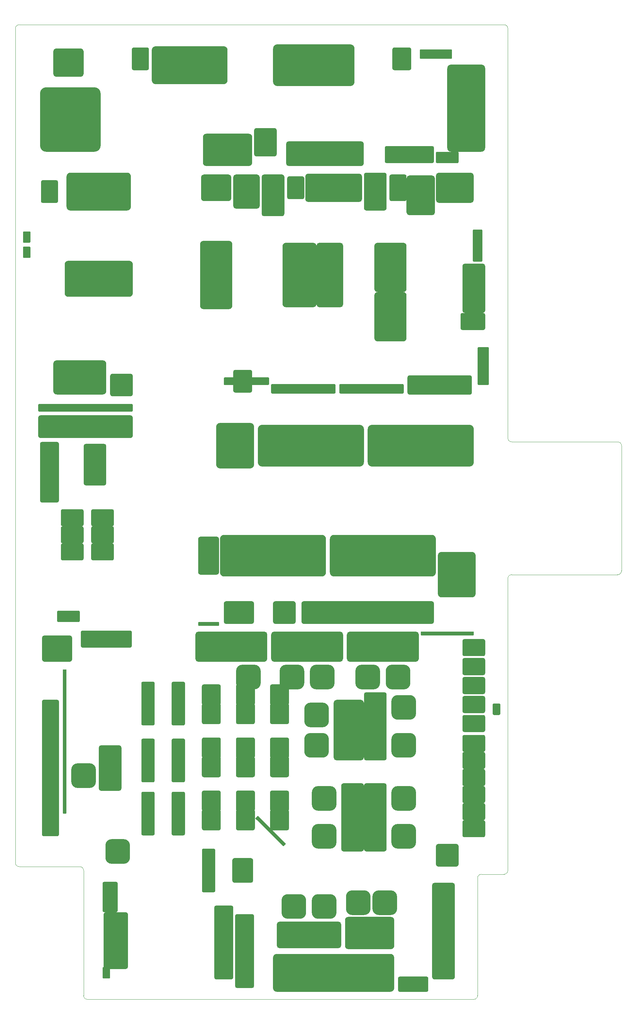
<source format=gbr>
G04 #@! TF.GenerationSoftware,KiCad,Pcbnew,6.0.10+dfsg-1~bpo11+1*
G04 #@! TF.ProjectId,main,6d61696e-2e6b-4696-9361-645f70636258,5.0*
G04 #@! TF.SameCoordinates,Original*
G04 #@! TF.FileFunction,Paste,Top*
G04 #@! TF.FilePolarity,Positive*
%FSLAX46Y46*%
G04 Gerber Fmt 4.6, Leading zero omitted, Abs format (unit mm)*
%MOMM*%
%LPD*%
G01*
G04 APERTURE LIST*
G04 #@! TA.AperFunction,Profile*
%ADD10C,0.120000*%
G04 #@! TD*
G04 APERTURE END LIST*
D10*
X94280000Y-276320000D02*
X94280000Y-243320000D01*
X198280000Y-245320000D02*
X198280000Y-276320000D01*
X235280000Y-165320000D02*
X207280000Y-165320000D01*
X197280000Y-277320000D02*
X95280000Y-277320000D01*
X93280000Y-242320000D02*
X77280000Y-242320000D01*
X206280000Y-21320000D02*
X206280000Y-129320000D01*
X76280000Y-241320000D02*
X76280000Y-21320000D01*
X207280000Y-130320000D02*
X235280000Y-130320000D01*
X236280000Y-131320000D02*
X236280000Y-164320000D01*
X206280000Y-166320000D02*
X206280000Y-243320000D01*
X77280000Y-20320000D02*
X205280000Y-20320000D01*
X205280000Y-244320000D02*
X199280000Y-244320000D01*
X206280000Y-129320000D02*
G75*
G03*
X207280000Y-130320000I1000000J0D01*
G01*
X206280000Y-21320000D02*
G75*
G03*
X205280000Y-20320000I-1000000J0D01*
G01*
X207280000Y-165320000D02*
G75*
G03*
X206280000Y-166320000I0J-1000000D01*
G01*
X205280000Y-244320000D02*
G75*
G03*
X206280000Y-243320000I0J1000000D01*
G01*
X94280000Y-243320000D02*
G75*
G03*
X93280000Y-242320000I-1000000J0D01*
G01*
X199280000Y-244320000D02*
G75*
G03*
X198280000Y-245320000I0J-1000000D01*
G01*
X197280000Y-277320000D02*
G75*
G03*
X198280000Y-276320000I0J1000000D01*
G01*
X76280000Y-241320000D02*
G75*
G03*
X77280000Y-242320000I999999J-1D01*
G01*
X235280000Y-165320000D02*
G75*
G03*
X236280000Y-164320000I0J1000000D01*
G01*
X77280000Y-20320000D02*
G75*
G03*
X76280000Y-21320000I-1J-999999D01*
G01*
X236280000Y-131320000D02*
G75*
G03*
X235280000Y-130320000I-1000000J0D01*
G01*
X94280000Y-276320000D02*
G75*
G03*
X95280000Y-277320000I1000000J0D01*
G01*
G36*
G01*
X112280000Y-35000000D02*
X112280000Y-27000000D01*
G75*
G02*
X113280000Y-26000000I1000000J0D01*
G01*
X131280000Y-26000000D01*
G75*
G02*
X132280000Y-27000000I0J-1000000D01*
G01*
X132280000Y-35000000D01*
G75*
G02*
X131280000Y-36000000I-1000000J0D01*
G01*
X113280000Y-36000000D01*
G75*
G02*
X112280000Y-35000000I0J1000000D01*
G01*
G37*
G36*
G01*
X101080000Y-271820000D02*
X99480000Y-271820000D01*
G75*
G02*
X99280000Y-271620000I0J200000D01*
G01*
X99280000Y-269020000D01*
G75*
G02*
X99480000Y-268820000I200000J0D01*
G01*
X101080000Y-268820000D01*
G75*
G02*
X101280000Y-269020000I0J-200000D01*
G01*
X101280000Y-271620000D01*
G75*
G02*
X101080000Y-271820000I-200000J0D01*
G01*
G37*
G36*
G01*
X148030000Y-65870000D02*
X148030000Y-60770000D01*
G75*
G02*
X148480000Y-60320000I450000J0D01*
G01*
X152080000Y-60320000D01*
G75*
G02*
X152530000Y-60770000I0J-450000D01*
G01*
X152530000Y-65870000D01*
G75*
G02*
X152080000Y-66320000I-450000J0D01*
G01*
X148480000Y-66320000D01*
G75*
G02*
X148030000Y-65870000I0J450000D01*
G01*
G37*
G36*
G01*
X162080000Y-94820000D02*
X156480000Y-94820000D01*
G75*
G02*
X155780000Y-94120000I0J700000D01*
G01*
X155780000Y-78520000D01*
G75*
G02*
X156480000Y-77820000I700000J0D01*
G01*
X162080000Y-77820000D01*
G75*
G02*
X162780000Y-78520000I0J-700000D01*
G01*
X162780000Y-94120000D01*
G75*
G02*
X162080000Y-94820000I-700000J0D01*
G01*
G37*
G36*
G01*
X97180000Y-53820000D02*
X84380000Y-53820000D01*
G75*
G02*
X82780000Y-52220000I0J1600000D01*
G01*
X82780000Y-38420000D01*
G75*
G02*
X84380000Y-36820000I1600000J0D01*
G01*
X97180000Y-36820000D01*
G75*
G02*
X98780000Y-38420000I0J-1600000D01*
G01*
X98780000Y-52220000D01*
G75*
G02*
X97180000Y-53820000I-1600000J0D01*
G01*
G37*
G36*
G01*
X144000000Y-194250000D02*
X148000000Y-194250000D01*
G75*
G02*
X148500000Y-194750000I0J-500000D01*
G01*
X148500000Y-199250000D01*
G75*
G02*
X148000000Y-199750000I-500000J0D01*
G01*
X144000000Y-199750000D01*
G75*
G02*
X143500000Y-199250000I0J500000D01*
G01*
X143500000Y-194750000D01*
G75*
G02*
X144000000Y-194250000I500000J0D01*
G01*
G37*
G36*
G01*
X83280000Y-187620000D02*
X83280000Y-182020000D01*
G75*
G02*
X83980000Y-181320000I700000J0D01*
G01*
X90580000Y-181320000D01*
G75*
G02*
X91280000Y-182020000I0J-700000D01*
G01*
X91280000Y-187620000D01*
G75*
G02*
X90580000Y-188320000I-700000J0D01*
G01*
X83980000Y-188320000D01*
G75*
G02*
X83280000Y-187620000I0J700000D01*
G01*
G37*
G36*
G01*
X143780000Y-187520000D02*
X143780000Y-181120000D01*
G75*
G02*
X144580000Y-180320000I800000J0D01*
G01*
X161980000Y-180320000D01*
G75*
G02*
X162780000Y-181120000I0J-800000D01*
G01*
X162780000Y-187520000D01*
G75*
G02*
X161980000Y-188320000I-800000J0D01*
G01*
X144580000Y-188320000D01*
G75*
G02*
X143780000Y-187520000I0J800000D01*
G01*
G37*
G36*
G01*
X186880000Y-246570000D02*
X191680000Y-246570000D01*
G75*
G02*
X192280000Y-247170000I0J-600000D01*
G01*
X192280000Y-271470000D01*
G75*
G02*
X191680000Y-272070000I-600000J0D01*
G01*
X186880000Y-272070000D01*
G75*
G02*
X186280000Y-271470000I0J600000D01*
G01*
X186280000Y-247170000D01*
G75*
G02*
X186880000Y-246570000I600000J0D01*
G01*
G37*
G36*
G01*
X135000000Y-199250000D02*
X139000000Y-199250000D01*
G75*
G02*
X139500000Y-199750000I0J-500000D01*
G01*
X139500000Y-204250000D01*
G75*
G02*
X139000000Y-204750000I-500000J0D01*
G01*
X135000000Y-204750000D01*
G75*
G02*
X134500000Y-204250000I0J500000D01*
G01*
X134500000Y-199750000D01*
G75*
G02*
X135000000Y-199250000I500000J0D01*
G01*
G37*
G36*
G01*
X130280000Y-164720000D02*
X130280000Y-155920000D01*
G75*
G02*
X131380000Y-154820000I1100000J0D01*
G01*
X157180000Y-154820000D01*
G75*
G02*
X158280000Y-155920000I0J-1100000D01*
G01*
X158280000Y-164720000D01*
G75*
G02*
X157180000Y-165820000I-1100000J0D01*
G01*
X131380000Y-165820000D01*
G75*
G02*
X130280000Y-164720000I0J1100000D01*
G01*
G37*
G36*
G01*
X126000000Y-194250000D02*
X130000000Y-194250000D01*
G75*
G02*
X130500000Y-194750000I0J-500000D01*
G01*
X130500000Y-199250000D01*
G75*
G02*
X130000000Y-199750000I-500000J0D01*
G01*
X126000000Y-199750000D01*
G75*
G02*
X125500000Y-199250000I0J500000D01*
G01*
X125500000Y-194750000D01*
G75*
G02*
X126000000Y-194250000I500000J0D01*
G01*
G37*
G36*
G01*
X109880000Y-208570000D02*
X112680000Y-208570000D01*
G75*
G02*
X113030000Y-208920000I0J-350000D01*
G01*
X113030000Y-219720000D01*
G75*
G02*
X112680000Y-220070000I-350000J0D01*
G01*
X109880000Y-220070000D01*
G75*
G02*
X109530000Y-219720000I0J350000D01*
G01*
X109530000Y-208920000D01*
G75*
G02*
X109880000Y-208570000I350000J0D01*
G01*
G37*
G36*
G01*
X186780000Y-172920000D02*
X186780000Y-177720000D01*
G75*
G02*
X186180000Y-178320000I-600000J0D01*
G01*
X152380000Y-178320000D01*
G75*
G02*
X151780000Y-177720000I0J600000D01*
G01*
X151780000Y-172920000D01*
G75*
G02*
X152380000Y-172320000I600000J0D01*
G01*
X186180000Y-172320000D01*
G75*
G02*
X186780000Y-172920000I0J-600000D01*
G01*
G37*
G36*
G01*
X160530000Y-190695000D02*
X160530000Y-193945000D01*
G75*
G02*
X158905000Y-195570000I-1625000J0D01*
G01*
X155655000Y-195570000D01*
G75*
G02*
X154030000Y-193945000I0J1625000D01*
G01*
X154030000Y-190695000D01*
G75*
G02*
X155655000Y-189070000I1625000J0D01*
G01*
X158905000Y-189070000D01*
G75*
G02*
X160530000Y-190695000I0J-1625000D01*
G01*
G37*
G36*
G01*
X93530000Y-184120000D02*
X93530000Y-180520000D01*
G75*
G02*
X93980000Y-180070000I450000J0D01*
G01*
X106580000Y-180070000D01*
G75*
G02*
X107030000Y-180520000I0J-450000D01*
G01*
X107030000Y-184120000D01*
G75*
G02*
X106580000Y-184570000I-450000J0D01*
G01*
X93980000Y-184570000D01*
G75*
G02*
X93530000Y-184120000I0J450000D01*
G01*
G37*
G36*
G01*
X107030000Y-31870000D02*
X107030000Y-26770000D01*
G75*
G02*
X107480000Y-26320000I450000J0D01*
G01*
X111080000Y-26320000D01*
G75*
G02*
X111530000Y-26770000I0J-450000D01*
G01*
X111530000Y-31870000D01*
G75*
G02*
X111080000Y-32320000I-450000J0D01*
G01*
X107480000Y-32320000D01*
G75*
G02*
X107030000Y-31870000I0J450000D01*
G01*
G37*
G36*
G01*
X150280000Y-172920000D02*
X150280000Y-177720000D01*
G75*
G02*
X149680000Y-178320000I-600000J0D01*
G01*
X144880000Y-178320000D01*
G75*
G02*
X144280000Y-177720000I0J600000D01*
G01*
X144280000Y-172920000D01*
G75*
G02*
X144880000Y-172320000I600000J0D01*
G01*
X149680000Y-172320000D01*
G75*
G02*
X150280000Y-172920000I0J-600000D01*
G01*
G37*
G36*
G01*
X152780000Y-66320000D02*
X152780000Y-60320000D01*
G75*
G02*
X153530000Y-59570000I750000J0D01*
G01*
X167030000Y-59570000D01*
G75*
G02*
X167780000Y-60320000I0J-750000D01*
G01*
X167780000Y-66320000D01*
G75*
G02*
X167030000Y-67070000I-750000J0D01*
G01*
X153530000Y-67070000D01*
G75*
G02*
X152780000Y-66320000I0J750000D01*
G01*
G37*
G36*
G01*
X168280000Y-68720000D02*
X168280000Y-59920000D01*
G75*
G02*
X168880000Y-59320000I600000J0D01*
G01*
X173680000Y-59320000D01*
G75*
G02*
X174280000Y-59920000I0J-600000D01*
G01*
X174280000Y-68720000D01*
G75*
G02*
X173680000Y-69320000I-600000J0D01*
G01*
X168880000Y-69320000D01*
G75*
G02*
X168280000Y-68720000I0J600000D01*
G01*
G37*
G36*
G01*
X133780000Y-68120000D02*
X133780000Y-60520000D01*
G75*
G02*
X134480000Y-59820000I700000J0D01*
G01*
X140080000Y-59820000D01*
G75*
G02*
X140780000Y-60520000I0J-700000D01*
G01*
X140780000Y-68120000D01*
G75*
G02*
X140080000Y-68820000I-700000J0D01*
G01*
X134480000Y-68820000D01*
G75*
G02*
X133780000Y-68120000I0J700000D01*
G01*
G37*
G36*
G01*
X117880000Y-222570000D02*
X120680000Y-222570000D01*
G75*
G02*
X121030000Y-222920000I0J-350000D01*
G01*
X121030000Y-233720000D01*
G75*
G02*
X120680000Y-234070000I-350000J0D01*
G01*
X117880000Y-234070000D01*
G75*
G02*
X117530000Y-233720000I0J350000D01*
G01*
X117530000Y-222920000D01*
G75*
G02*
X117880000Y-222570000I350000J0D01*
G01*
G37*
G36*
G01*
X100280000Y-109720000D02*
X100280000Y-116920000D01*
G75*
G02*
X99380000Y-117820000I-900000J0D01*
G01*
X87180000Y-117820000D01*
G75*
G02*
X86280000Y-116920000I0J900000D01*
G01*
X86280000Y-109720000D01*
G75*
G02*
X87180000Y-108820000I900000J0D01*
G01*
X99380000Y-108820000D01*
G75*
G02*
X100280000Y-109720000I0J-900000D01*
G01*
G37*
G36*
G01*
X80080000Y-77820000D02*
X78480000Y-77820000D01*
G75*
G02*
X78280000Y-77620000I0J200000D01*
G01*
X78280000Y-75020000D01*
G75*
G02*
X78480000Y-74820000I200000J0D01*
G01*
X80080000Y-74820000D01*
G75*
G02*
X80280000Y-75020000I0J-200000D01*
G01*
X80280000Y-77620000D01*
G75*
G02*
X80080000Y-77820000I-200000J0D01*
G01*
G37*
G36*
G01*
X177155000Y-221070000D02*
X180405000Y-221070000D01*
G75*
G02*
X182030000Y-222695000I0J-1625000D01*
G01*
X182030000Y-225945000D01*
G75*
G02*
X180405000Y-227570000I-1625000J0D01*
G01*
X177155000Y-227570000D01*
G75*
G02*
X175530000Y-225945000I0J1625000D01*
G01*
X175530000Y-222695000D01*
G75*
G02*
X177155000Y-221070000I1625000J0D01*
G01*
G37*
G36*
G01*
X163780000Y-187520000D02*
X163780000Y-181120000D01*
G75*
G02*
X164580000Y-180320000I800000J0D01*
G01*
X181980000Y-180320000D01*
G75*
G02*
X182780000Y-181120000I0J-800000D01*
G01*
X182780000Y-187520000D01*
G75*
G02*
X181980000Y-188320000I-800000J0D01*
G01*
X164580000Y-188320000D01*
G75*
G02*
X163780000Y-187520000I0J800000D01*
G01*
G37*
G36*
G01*
X135000000Y-227250000D02*
X139000000Y-227250000D01*
G75*
G02*
X139500000Y-227750000I0J-500000D01*
G01*
X139500000Y-232250000D01*
G75*
G02*
X139000000Y-232750000I-500000J0D01*
G01*
X135000000Y-232750000D01*
G75*
G02*
X134500000Y-232250000I0J500000D01*
G01*
X134500000Y-227750000D01*
G75*
G02*
X135000000Y-227250000I500000J0D01*
G01*
G37*
G36*
G01*
X80080000Y-81820000D02*
X78480000Y-81820000D01*
G75*
G02*
X78280000Y-81620000I0J200000D01*
G01*
X78280000Y-79020000D01*
G75*
G02*
X78480000Y-78820000I200000J0D01*
G01*
X80080000Y-78820000D01*
G75*
G02*
X80280000Y-79020000I0J-200000D01*
G01*
X80280000Y-81620000D01*
G75*
G02*
X80080000Y-81820000I-200000J0D01*
G01*
G37*
G36*
G01*
X107280000Y-112920000D02*
X107280000Y-117720000D01*
G75*
G02*
X106680000Y-118320000I-600000J0D01*
G01*
X101880000Y-118320000D01*
G75*
G02*
X101280000Y-117720000I0J600000D01*
G01*
X101280000Y-112920000D01*
G75*
G02*
X101880000Y-112320000I600000J0D01*
G01*
X106680000Y-112320000D01*
G75*
G02*
X107280000Y-112920000I0J-600000D01*
G01*
G37*
G36*
G01*
X89780000Y-68320000D02*
X89780000Y-60320000D01*
G75*
G02*
X90780000Y-59320000I1000000J0D01*
G01*
X105780000Y-59320000D01*
G75*
G02*
X106780000Y-60320000I0J-1000000D01*
G01*
X106780000Y-68320000D01*
G75*
G02*
X105780000Y-69320000I-1000000J0D01*
G01*
X90780000Y-69320000D01*
G75*
G02*
X89780000Y-68320000I0J1000000D01*
G01*
G37*
G36*
G01*
X157405000Y-205570000D02*
X154155000Y-205570000D01*
G75*
G02*
X152530000Y-203945000I0J1625000D01*
G01*
X152530000Y-200695000D01*
G75*
G02*
X154155000Y-199070000I1625000J0D01*
G01*
X157405000Y-199070000D01*
G75*
G02*
X159030000Y-200695000I0J-1625000D01*
G01*
X159030000Y-203945000D01*
G75*
G02*
X157405000Y-205570000I-1625000J0D01*
G01*
G37*
G36*
G01*
X147636397Y-236363604D02*
X147070711Y-236929290D01*
G75*
G02*
X146929289Y-236929290I-70711J70711D01*
G01*
X139646089Y-229646090D01*
G75*
G02*
X139646089Y-229504668I70711J70711D01*
G01*
X140211775Y-228938982D01*
G75*
G02*
X140353197Y-228938982I70711J-70711D01*
G01*
X147636397Y-236222182D01*
G75*
G02*
X147636397Y-236363604I-70711J-70711D01*
G01*
G37*
G36*
G01*
X129280000Y-252570000D02*
X133280000Y-252570000D01*
G75*
G02*
X133780000Y-253070000I0J-500000D01*
G01*
X133780000Y-271570000D01*
G75*
G02*
X133280000Y-272070000I-500000J0D01*
G01*
X129280000Y-272070000D01*
G75*
G02*
X128780000Y-271570000I0J500000D01*
G01*
X128780000Y-253070000D01*
G75*
G02*
X129280000Y-252570000I500000J0D01*
G01*
G37*
G36*
G01*
X95905000Y-221570000D02*
X92655000Y-221570000D01*
G75*
G02*
X91030000Y-219945000I0J1625000D01*
G01*
X91030000Y-216695000D01*
G75*
G02*
X92655000Y-215070000I1625000J0D01*
G01*
X95905000Y-215070000D01*
G75*
G02*
X97530000Y-216695000I0J-1625000D01*
G01*
X97530000Y-219945000D01*
G75*
G02*
X95905000Y-221570000I-1625000J0D01*
G01*
G37*
G36*
G01*
X93830000Y-157070000D02*
X88730000Y-157070000D01*
G75*
G02*
X88280000Y-156620000I0J450000D01*
G01*
X88280000Y-153020000D01*
G75*
G02*
X88730000Y-152570000I450000J0D01*
G01*
X93830000Y-152570000D01*
G75*
G02*
X94280000Y-153020000I0J-450000D01*
G01*
X94280000Y-156620000D01*
G75*
G02*
X93830000Y-157070000I-450000J0D01*
G01*
G37*
G36*
G01*
X179530000Y-69820000D02*
X179530000Y-60820000D01*
G75*
G02*
X180280000Y-60070000I750000J0D01*
G01*
X186280000Y-60070000D01*
G75*
G02*
X187030000Y-60820000I0J-750000D01*
G01*
X187030000Y-69820000D01*
G75*
G02*
X186280000Y-70570000I-750000J0D01*
G01*
X180280000Y-70570000D01*
G75*
G02*
X179530000Y-69820000I0J750000D01*
G01*
G37*
G36*
G01*
X87330000Y-234320000D02*
X83730000Y-234320000D01*
G75*
G02*
X83280000Y-233870000I0J450000D01*
G01*
X83280000Y-198770000D01*
G75*
G02*
X83730000Y-198320000I450000J0D01*
G01*
X87330000Y-198320000D01*
G75*
G02*
X87780000Y-198770000I0J-450000D01*
G01*
X87780000Y-233870000D01*
G75*
G02*
X87330000Y-234320000I-450000J0D01*
G01*
G37*
G36*
G01*
X159405000Y-237570000D02*
X156155000Y-237570000D01*
G75*
G02*
X154530000Y-235945000I0J1625000D01*
G01*
X154530000Y-232695000D01*
G75*
G02*
X156155000Y-231070000I1625000J0D01*
G01*
X159405000Y-231070000D01*
G75*
G02*
X161030000Y-232695000I0J-1625000D01*
G01*
X161030000Y-235945000D01*
G75*
G02*
X159405000Y-237570000I-1625000J0D01*
G01*
G37*
G36*
G01*
X187280000Y-56520000D02*
X187280000Y-54120000D01*
G75*
G02*
X187580000Y-53820000I300000J0D01*
G01*
X192980000Y-53820000D01*
G75*
G02*
X193280000Y-54120000I0J-300000D01*
G01*
X193280000Y-56520000D01*
G75*
G02*
X192980000Y-56820000I-300000J0D01*
G01*
X187580000Y-56820000D01*
G75*
G02*
X187280000Y-56520000I0J300000D01*
G01*
G37*
G36*
G01*
X152530000Y-190695000D02*
X152530000Y-193945000D01*
G75*
G02*
X150905000Y-195570000I-1625000J0D01*
G01*
X147655000Y-195570000D01*
G75*
G02*
X146030000Y-193945000I0J1625000D01*
G01*
X146030000Y-190695000D01*
G75*
G02*
X147655000Y-189070000I1625000J0D01*
G01*
X150905000Y-189070000D01*
G75*
G02*
X152530000Y-190695000I0J-1625000D01*
G01*
G37*
G36*
G01*
X162280000Y-257520000D02*
X162280000Y-263120000D01*
G75*
G02*
X161580000Y-263820000I-700000J0D01*
G01*
X145980000Y-263820000D01*
G75*
G02*
X145280000Y-263120000I0J700000D01*
G01*
X145280000Y-257520000D01*
G75*
G02*
X145980000Y-256820000I700000J0D01*
G01*
X161580000Y-256820000D01*
G75*
G02*
X162280000Y-257520000I0J-700000D01*
G01*
G37*
G36*
G01*
X131880000Y-172320000D02*
X138680000Y-172320000D01*
G75*
G02*
X139280000Y-172920000I0J-600000D01*
G01*
X139280000Y-177720000D01*
G75*
G02*
X138680000Y-178320000I-600000J0D01*
G01*
X131880000Y-178320000D01*
G75*
G02*
X131280000Y-177720000I0J600000D01*
G01*
X131280000Y-172920000D01*
G75*
G02*
X131880000Y-172320000I600000J0D01*
G01*
G37*
G36*
G01*
X93280000Y-175120000D02*
X93280000Y-177520000D01*
G75*
G02*
X92980000Y-177820000I-300000J0D01*
G01*
X87580000Y-177820000D01*
G75*
G02*
X87280000Y-177520000I0J300000D01*
G01*
X87280000Y-175120000D01*
G75*
G02*
X87580000Y-174820000I300000J0D01*
G01*
X92980000Y-174820000D01*
G75*
G02*
X93280000Y-175120000I0J-300000D01*
G01*
G37*
G36*
G01*
X194730000Y-230070000D02*
X199830000Y-230070000D01*
G75*
G02*
X200280000Y-230520000I0J-450000D01*
G01*
X200280000Y-234120000D01*
G75*
G02*
X199830000Y-234570000I-450000J0D01*
G01*
X194730000Y-234570000D01*
G75*
G02*
X194280000Y-234120000I0J450000D01*
G01*
X194280000Y-230520000D01*
G75*
G02*
X194730000Y-230070000I450000J0D01*
G01*
G37*
G36*
G01*
X194230000Y-96320000D02*
X199830000Y-96320000D01*
G75*
G02*
X200280000Y-96770000I0J-450000D01*
G01*
X200280000Y-100370000D01*
G75*
G02*
X199830000Y-100820000I-450000J0D01*
G01*
X194230000Y-100820000D01*
G75*
G02*
X193780000Y-100370000I0J450000D01*
G01*
X193780000Y-96770000D01*
G75*
G02*
X194230000Y-96320000I450000J0D01*
G01*
G37*
G36*
G01*
X94880000Y-130820000D02*
X99680000Y-130820000D01*
G75*
G02*
X100280000Y-131420000I0J-600000D01*
G01*
X100280000Y-141220000D01*
G75*
G02*
X99680000Y-141820000I-600000J0D01*
G01*
X94880000Y-141820000D01*
G75*
G02*
X94280000Y-141220000I0J600000D01*
G01*
X94280000Y-131420000D01*
G75*
G02*
X94880000Y-130820000I600000J0D01*
G01*
G37*
G36*
G01*
X117880000Y-193570000D02*
X120680000Y-193570000D01*
G75*
G02*
X121030000Y-193920000I0J-350000D01*
G01*
X121030000Y-204720000D01*
G75*
G02*
X120680000Y-205070000I-350000J0D01*
G01*
X117880000Y-205070000D01*
G75*
G02*
X117530000Y-204720000I0J350000D01*
G01*
X117530000Y-193920000D01*
G75*
G02*
X117880000Y-193570000I350000J0D01*
G01*
G37*
G36*
G01*
X98880000Y-210320000D02*
X103680000Y-210320000D01*
G75*
G02*
X104280000Y-210920000I0J-600000D01*
G01*
X104280000Y-221720000D01*
G75*
G02*
X103680000Y-222320000I-600000J0D01*
G01*
X98880000Y-222320000D01*
G75*
G02*
X98280000Y-221720000I0J600000D01*
G01*
X98280000Y-210920000D01*
G75*
G02*
X98880000Y-210320000I600000J0D01*
G01*
G37*
G36*
G01*
X194730000Y-225570000D02*
X199830000Y-225570000D01*
G75*
G02*
X200280000Y-226020000I0J-450000D01*
G01*
X200280000Y-229620000D01*
G75*
G02*
X199830000Y-230070000I-450000J0D01*
G01*
X194730000Y-230070000D01*
G75*
G02*
X194280000Y-229620000I0J450000D01*
G01*
X194280000Y-226020000D01*
G75*
G02*
X194730000Y-225570000I450000J0D01*
G01*
G37*
G36*
G01*
X141030000Y-190695000D02*
X141030000Y-193945000D01*
G75*
G02*
X139405000Y-195570000I-1625000J0D01*
G01*
X136155000Y-195570000D01*
G75*
G02*
X134530000Y-193945000I0J1625000D01*
G01*
X134530000Y-190695000D01*
G75*
G02*
X136155000Y-189070000I1625000J0D01*
G01*
X139405000Y-189070000D01*
G75*
G02*
X141030000Y-190695000I0J-1625000D01*
G01*
G37*
G36*
G01*
X178780000Y-115320000D02*
X178780000Y-117320000D01*
G75*
G02*
X178530000Y-117570000I-250000J0D01*
G01*
X162030000Y-117570000D01*
G75*
G02*
X161780000Y-117320000I0J250000D01*
G01*
X161780000Y-115320000D01*
G75*
G02*
X162030000Y-115070000I250000J0D01*
G01*
X178530000Y-115070000D01*
G75*
G02*
X178780000Y-115320000I0J-250000D01*
G01*
G37*
G36*
G01*
X89680000Y-228320000D02*
X88880000Y-228320000D01*
G75*
G02*
X88780000Y-228220000I0J100000D01*
G01*
X88780000Y-190420000D01*
G75*
G02*
X88880000Y-190320000I100000J0D01*
G01*
X89680000Y-190320000D01*
G75*
G02*
X89780000Y-190420000I0J-100000D01*
G01*
X89780000Y-228220000D01*
G75*
G02*
X89680000Y-228320000I-100000J0D01*
G01*
G37*
G36*
G01*
X194730000Y-207570000D02*
X199830000Y-207570000D01*
G75*
G02*
X200280000Y-208020000I0J-450000D01*
G01*
X200280000Y-211620000D01*
G75*
G02*
X199830000Y-212070000I-450000J0D01*
G01*
X194730000Y-212070000D01*
G75*
G02*
X194280000Y-211620000I0J450000D01*
G01*
X194280000Y-208020000D01*
G75*
G02*
X194730000Y-207570000I450000J0D01*
G01*
G37*
G36*
G01*
X183030000Y-29070000D02*
X183030000Y-27070000D01*
G75*
G02*
X183280000Y-26820000I250000J0D01*
G01*
X191280000Y-26820000D01*
G75*
G02*
X191530000Y-27070000I0J-250000D01*
G01*
X191530000Y-29070000D01*
G75*
G02*
X191280000Y-29320000I-250000J0D01*
G01*
X183280000Y-29320000D01*
G75*
G02*
X183030000Y-29070000I0J250000D01*
G01*
G37*
G36*
G01*
X138780000Y-274320000D02*
X134780000Y-274320000D01*
G75*
G02*
X134280000Y-273820000I0J500000D01*
G01*
X134280000Y-255320000D01*
G75*
G02*
X134780000Y-254820000I500000J0D01*
G01*
X138780000Y-254820000D01*
G75*
G02*
X139280000Y-255320000I0J-500000D01*
G01*
X139280000Y-273820000D01*
G75*
G02*
X138780000Y-274320000I-500000J0D01*
G01*
G37*
G36*
G01*
X154530000Y-254445000D02*
X154530000Y-251195000D01*
G75*
G02*
X156155000Y-249570000I1625000J0D01*
G01*
X159405000Y-249570000D01*
G75*
G02*
X161030000Y-251195000I0J-1625000D01*
G01*
X161030000Y-254445000D01*
G75*
G02*
X159405000Y-256070000I-1625000J0D01*
G01*
X156155000Y-256070000D01*
G75*
G02*
X154530000Y-254445000I0J1625000D01*
G01*
G37*
G36*
G01*
X83030000Y-66870000D02*
X83030000Y-61770000D01*
G75*
G02*
X83480000Y-61320000I450000J0D01*
G01*
X87080000Y-61320000D01*
G75*
G02*
X87530000Y-61770000I0J-450000D01*
G01*
X87530000Y-66870000D01*
G75*
G02*
X87080000Y-67320000I-450000J0D01*
G01*
X83480000Y-67320000D01*
G75*
G02*
X83030000Y-66870000I0J450000D01*
G01*
G37*
G36*
G01*
X146530000Y-254445000D02*
X146530000Y-251195000D01*
G75*
G02*
X148155000Y-249570000I1625000J0D01*
G01*
X151405000Y-249570000D01*
G75*
G02*
X153030000Y-251195000I0J-1625000D01*
G01*
X153030000Y-254445000D01*
G75*
G02*
X151405000Y-256070000I-1625000J0D01*
G01*
X148155000Y-256070000D01*
G75*
G02*
X146530000Y-254445000I0J1625000D01*
G01*
G37*
G36*
G01*
X194730000Y-187320000D02*
X199830000Y-187320000D01*
G75*
G02*
X200280000Y-187770000I0J-450000D01*
G01*
X200280000Y-191370000D01*
G75*
G02*
X199830000Y-191820000I-450000J0D01*
G01*
X194730000Y-191820000D01*
G75*
G02*
X194280000Y-191370000I0J450000D01*
G01*
X194280000Y-187770000D01*
G75*
G02*
X194730000Y-187320000I450000J0D01*
G01*
G37*
G36*
G01*
X107080000Y-122320000D02*
X82480000Y-122320000D01*
G75*
G02*
X82280000Y-122120000I0J200000D01*
G01*
X82280000Y-120520000D01*
G75*
G02*
X82480000Y-120320000I200000J0D01*
G01*
X107080000Y-120320000D01*
G75*
G02*
X107280000Y-120520000I0J-200000D01*
G01*
X107280000Y-122120000D01*
G75*
G02*
X107080000Y-122320000I-200000J0D01*
G01*
G37*
G36*
G01*
X194730000Y-212070000D02*
X199830000Y-212070000D01*
G75*
G02*
X200280000Y-212520000I0J-450000D01*
G01*
X200280000Y-216120000D01*
G75*
G02*
X199830000Y-216570000I-450000J0D01*
G01*
X194730000Y-216570000D01*
G75*
G02*
X194280000Y-216120000I0J450000D01*
G01*
X194280000Y-212520000D01*
G75*
G02*
X194730000Y-212070000I450000J0D01*
G01*
G37*
G36*
G01*
X194880000Y-83320000D02*
X199680000Y-83320000D01*
G75*
G02*
X200280000Y-83920000I0J-600000D01*
G01*
X200280000Y-95720000D01*
G75*
G02*
X199680000Y-96320000I-600000J0D01*
G01*
X194880000Y-96320000D01*
G75*
G02*
X194280000Y-95720000I0J600000D01*
G01*
X194280000Y-83920000D01*
G75*
G02*
X194880000Y-83320000I600000J0D01*
G01*
G37*
G36*
G01*
X194730000Y-192320000D02*
X199830000Y-192320000D01*
G75*
G02*
X200280000Y-192770000I0J-450000D01*
G01*
X200280000Y-196370000D01*
G75*
G02*
X199830000Y-196820000I-450000J0D01*
G01*
X194730000Y-196820000D01*
G75*
G02*
X194280000Y-196370000I0J450000D01*
G01*
X194280000Y-192770000D01*
G75*
G02*
X194730000Y-192320000I450000J0D01*
G01*
G37*
G36*
G01*
X173680000Y-238320000D02*
X168880000Y-238320000D01*
G75*
G02*
X168280000Y-237720000I0J600000D01*
G01*
X168280000Y-220920000D01*
G75*
G02*
X168880000Y-220320000I600000J0D01*
G01*
X173680000Y-220320000D01*
G75*
G02*
X174280000Y-220920000I0J-600000D01*
G01*
X174280000Y-237720000D01*
G75*
G02*
X173680000Y-238320000I-600000J0D01*
G01*
G37*
G36*
G01*
X143280000Y-113520000D02*
X143280000Y-115120000D01*
G75*
G02*
X143080000Y-115320000I-200000J0D01*
G01*
X131480000Y-115320000D01*
G75*
G02*
X131280000Y-115120000I0J200000D01*
G01*
X131280000Y-113520000D01*
G75*
G02*
X131480000Y-113320000I200000J0D01*
G01*
X143080000Y-113320000D01*
G75*
G02*
X143280000Y-113520000I0J-200000D01*
G01*
G37*
G36*
G01*
X106530000Y-236695000D02*
X106530000Y-239945000D01*
G75*
G02*
X104905000Y-241570000I-1625000J0D01*
G01*
X101655000Y-241570000D01*
G75*
G02*
X100030000Y-239945000I0J1625000D01*
G01*
X100030000Y-236695000D01*
G75*
G02*
X101655000Y-235070000I1625000J0D01*
G01*
X104905000Y-235070000D01*
G75*
G02*
X106530000Y-236695000I0J-1625000D01*
G01*
G37*
G36*
G01*
X194730000Y-221070000D02*
X199830000Y-221070000D01*
G75*
G02*
X200280000Y-221520000I0J-450000D01*
G01*
X200280000Y-225120000D01*
G75*
G02*
X199830000Y-225570000I-450000J0D01*
G01*
X194730000Y-225570000D01*
G75*
G02*
X194280000Y-225120000I0J450000D01*
G01*
X194280000Y-221520000D01*
G75*
G02*
X194730000Y-221070000I450000J0D01*
G01*
G37*
G36*
G01*
X101830000Y-161570000D02*
X96730000Y-161570000D01*
G75*
G02*
X96280000Y-161120000I0J450000D01*
G01*
X96280000Y-157520000D01*
G75*
G02*
X96730000Y-157070000I450000J0D01*
G01*
X101830000Y-157070000D01*
G75*
G02*
X102280000Y-157520000I0J-450000D01*
G01*
X102280000Y-161120000D01*
G75*
G02*
X101830000Y-161570000I-450000J0D01*
G01*
G37*
G36*
G01*
X194730000Y-202320000D02*
X199830000Y-202320000D01*
G75*
G02*
X200280000Y-202770000I0J-450000D01*
G01*
X200280000Y-206370000D01*
G75*
G02*
X199830000Y-206820000I-450000J0D01*
G01*
X194730000Y-206820000D01*
G75*
G02*
X194280000Y-206370000I0J450000D01*
G01*
X194280000Y-202770000D01*
G75*
G02*
X194730000Y-202320000I450000J0D01*
G01*
G37*
G36*
G01*
X194730000Y-216570000D02*
X199830000Y-216570000D01*
G75*
G02*
X200280000Y-217020000I0J-450000D01*
G01*
X200280000Y-220620000D01*
G75*
G02*
X199830000Y-221070000I-450000J0D01*
G01*
X194730000Y-221070000D01*
G75*
G02*
X194280000Y-220620000I0J450000D01*
G01*
X194280000Y-217020000D01*
G75*
G02*
X194730000Y-216570000I450000J0D01*
G01*
G37*
G36*
G01*
X175780000Y-31820000D02*
X175780000Y-26820000D01*
G75*
G02*
X176280000Y-26320000I500000J0D01*
G01*
X180280000Y-26320000D01*
G75*
G02*
X180780000Y-26820000I0J-500000D01*
G01*
X180780000Y-31820000D01*
G75*
G02*
X180280000Y-32320000I-500000J0D01*
G01*
X176280000Y-32320000D01*
G75*
G02*
X175780000Y-31820000I0J500000D01*
G01*
G37*
G36*
G01*
X135000000Y-213250000D02*
X139000000Y-213250000D01*
G75*
G02*
X139500000Y-213750000I0J-500000D01*
G01*
X139500000Y-218250000D01*
G75*
G02*
X139000000Y-218750000I-500000J0D01*
G01*
X135000000Y-218750000D01*
G75*
G02*
X134500000Y-218250000I0J500000D01*
G01*
X134500000Y-213750000D01*
G75*
G02*
X135000000Y-213250000I500000J0D01*
G01*
G37*
G36*
G01*
X144300000Y-35400000D02*
X144300000Y-26600000D01*
G75*
G02*
X145400000Y-25500000I1100000J0D01*
G01*
X164700000Y-25500000D01*
G75*
G02*
X165800000Y-26600000I0J-1100000D01*
G01*
X165800000Y-35400000D01*
G75*
G02*
X164700000Y-36500000I-1100000J0D01*
G01*
X145400000Y-36500000D01*
G75*
G02*
X144300000Y-35400000I0J1100000D01*
G01*
G37*
G36*
G01*
X135000000Y-222250000D02*
X139000000Y-222250000D01*
G75*
G02*
X139500000Y-222750000I0J-500000D01*
G01*
X139500000Y-227250000D01*
G75*
G02*
X139000000Y-227750000I-500000J0D01*
G01*
X135000000Y-227750000D01*
G75*
G02*
X134500000Y-227250000I0J500000D01*
G01*
X134500000Y-222750000D01*
G75*
G02*
X135000000Y-222250000I500000J0D01*
G01*
G37*
G36*
G01*
X187280000Y-66520000D02*
X187280000Y-60120000D01*
G75*
G02*
X188080000Y-59320000I800000J0D01*
G01*
X196480000Y-59320000D01*
G75*
G02*
X197280000Y-60120000I0J-800000D01*
G01*
X197280000Y-66520000D01*
G75*
G02*
X196480000Y-67320000I-800000J0D01*
G01*
X188080000Y-67320000D01*
G75*
G02*
X187280000Y-66520000I0J800000D01*
G01*
G37*
G36*
G01*
X93830000Y-161570000D02*
X88730000Y-161570000D01*
G75*
G02*
X88280000Y-161120000I0J450000D01*
G01*
X88280000Y-157520000D01*
G75*
G02*
X88730000Y-157070000I450000J0D01*
G01*
X93830000Y-157070000D01*
G75*
G02*
X94280000Y-157520000I0J-450000D01*
G01*
X94280000Y-161120000D01*
G75*
G02*
X93830000Y-161570000I-450000J0D01*
G01*
G37*
G36*
G01*
X177155000Y-231070000D02*
X180405000Y-231070000D01*
G75*
G02*
X182030000Y-232695000I0J-1625000D01*
G01*
X182030000Y-235945000D01*
G75*
G02*
X180405000Y-237570000I-1625000J0D01*
G01*
X177155000Y-237570000D01*
G75*
G02*
X175530000Y-235945000I0J1625000D01*
G01*
X175530000Y-232695000D01*
G75*
G02*
X177155000Y-231070000I1625000J0D01*
G01*
G37*
G36*
G01*
X161080000Y-198320000D02*
X167480000Y-198320000D01*
G75*
G02*
X168280000Y-199120000I0J-800000D01*
G01*
X168280000Y-213520000D01*
G75*
G02*
X167480000Y-214320000I-800000J0D01*
G01*
X161080000Y-214320000D01*
G75*
G02*
X160280000Y-213520000I0J800000D01*
G01*
X160280000Y-199120000D01*
G75*
G02*
X161080000Y-198320000I800000J0D01*
G01*
G37*
G36*
G01*
X172530000Y-190695000D02*
X172530000Y-193945000D01*
G75*
G02*
X170905000Y-195570000I-1625000J0D01*
G01*
X167655000Y-195570000D01*
G75*
G02*
X166030000Y-193945000I0J1625000D01*
G01*
X166030000Y-190695000D01*
G75*
G02*
X167655000Y-189070000I1625000J0D01*
G01*
X170905000Y-189070000D01*
G75*
G02*
X172530000Y-190695000I0J-1625000D01*
G01*
G37*
G36*
G01*
X159280000Y-164720000D02*
X159280000Y-155920000D01*
G75*
G02*
X160380000Y-154820000I1100000J0D01*
G01*
X186180000Y-154820000D01*
G75*
G02*
X187280000Y-155920000I0J-1100000D01*
G01*
X187280000Y-164720000D01*
G75*
G02*
X186180000Y-165820000I-1100000J0D01*
G01*
X160380000Y-165820000D01*
G75*
G02*
X159280000Y-164720000I0J1100000D01*
G01*
G37*
G36*
G01*
X193280000Y-236920000D02*
X193280000Y-241720000D01*
G75*
G02*
X192680000Y-242320000I-600000J0D01*
G01*
X187880000Y-242320000D01*
G75*
G02*
X187280000Y-241720000I0J600000D01*
G01*
X187280000Y-236920000D01*
G75*
G02*
X187880000Y-236320000I600000J0D01*
G01*
X192680000Y-236320000D01*
G75*
G02*
X193280000Y-236920000I0J-600000D01*
G01*
G37*
G36*
G01*
X168280000Y-126920000D02*
X168280000Y-135720000D01*
G75*
G02*
X167180000Y-136820000I-1100000J0D01*
G01*
X141380000Y-136820000D01*
G75*
G02*
X140280000Y-135720000I0J1100000D01*
G01*
X140280000Y-126920000D01*
G75*
G02*
X141380000Y-125820000I1100000J0D01*
G01*
X167180000Y-125820000D01*
G75*
G02*
X168280000Y-126920000I0J-1100000D01*
G01*
G37*
G36*
G01*
X126000000Y-213250000D02*
X130000000Y-213250000D01*
G75*
G02*
X130500000Y-213750000I0J-500000D01*
G01*
X130500000Y-218250000D01*
G75*
G02*
X130000000Y-218750000I-500000J0D01*
G01*
X126000000Y-218750000D01*
G75*
G02*
X125500000Y-218250000I0J500000D01*
G01*
X125500000Y-213750000D01*
G75*
G02*
X126000000Y-213250000I500000J0D01*
G01*
G37*
G36*
G01*
X126000000Y-222250000D02*
X130000000Y-222250000D01*
G75*
G02*
X130500000Y-222750000I0J-500000D01*
G01*
X130500000Y-227250000D01*
G75*
G02*
X130000000Y-227750000I-500000J0D01*
G01*
X126000000Y-227750000D01*
G75*
G02*
X125500000Y-227250000I0J500000D01*
G01*
X125500000Y-222750000D01*
G75*
G02*
X126000000Y-222250000I500000J0D01*
G01*
G37*
G36*
G01*
X129280000Y-136320000D02*
X129280000Y-126320000D01*
G75*
G02*
X130280000Y-125320000I1000000J0D01*
G01*
X138280000Y-125320000D01*
G75*
G02*
X139280000Y-126320000I0J-1000000D01*
G01*
X139280000Y-136320000D01*
G75*
G02*
X138280000Y-137320000I-1000000J0D01*
G01*
X130280000Y-137320000D01*
G75*
G02*
X129280000Y-136320000I0J1000000D01*
G01*
G37*
G36*
G01*
X198580000Y-105320000D02*
X200980000Y-105320000D01*
G75*
G02*
X201280000Y-105620000I0J-300000D01*
G01*
X201280000Y-115020000D01*
G75*
G02*
X200980000Y-115320000I-300000J0D01*
G01*
X198580000Y-115320000D01*
G75*
G02*
X198280000Y-115020000I0J300000D01*
G01*
X198280000Y-105620000D01*
G75*
G02*
X198580000Y-105320000I300000J0D01*
G01*
G37*
G36*
G01*
X183280000Y-181220000D02*
X183280000Y-180420000D01*
G75*
G02*
X183380000Y-180320000I100000J0D01*
G01*
X197180000Y-180320000D01*
G75*
G02*
X197280000Y-180420000I0J-100000D01*
G01*
X197280000Y-181220000D01*
G75*
G02*
X197180000Y-181320000I-100000J0D01*
G01*
X183380000Y-181320000D01*
G75*
G02*
X183280000Y-181220000I0J100000D01*
G01*
G37*
G36*
G01*
X123780000Y-187520000D02*
X123780000Y-181120000D01*
G75*
G02*
X124580000Y-180320000I800000J0D01*
G01*
X141980000Y-180320000D01*
G75*
G02*
X142780000Y-181120000I0J-800000D01*
G01*
X142780000Y-187520000D01*
G75*
G02*
X141980000Y-188320000I-800000J0D01*
G01*
X124580000Y-188320000D01*
G75*
G02*
X123780000Y-187520000I0J800000D01*
G01*
G37*
G36*
G01*
X135000000Y-194250000D02*
X139000000Y-194250000D01*
G75*
G02*
X139500000Y-194750000I0J-500000D01*
G01*
X139500000Y-199250000D01*
G75*
G02*
X139000000Y-199750000I-500000J0D01*
G01*
X135000000Y-199750000D01*
G75*
G02*
X134500000Y-199250000I0J500000D01*
G01*
X134500000Y-194750000D01*
G75*
G02*
X135000000Y-194250000I500000J0D01*
G01*
G37*
G36*
G01*
X138780000Y-49920000D02*
X138780000Y-56720000D01*
G75*
G02*
X137930000Y-57570000I-850000J0D01*
G01*
X126630000Y-57570000D01*
G75*
G02*
X125780000Y-56720000I0J850000D01*
G01*
X125780000Y-49920000D01*
G75*
G02*
X126630000Y-49070000I850000J0D01*
G01*
X137930000Y-49070000D01*
G75*
G02*
X138780000Y-49920000I0J-850000D01*
G01*
G37*
G36*
G01*
X163530000Y-253445000D02*
X163530000Y-250195000D01*
G75*
G02*
X165155000Y-248570000I1625000J0D01*
G01*
X168405000Y-248570000D01*
G75*
G02*
X170030000Y-250195000I0J-1625000D01*
G01*
X170030000Y-253445000D01*
G75*
G02*
X168405000Y-255070000I-1625000J0D01*
G01*
X165155000Y-255070000D01*
G75*
G02*
X163530000Y-253445000I0J1625000D01*
G01*
G37*
G36*
G01*
X145280000Y-48170000D02*
X145280000Y-54470000D01*
G75*
G02*
X144680000Y-55070000I-600000J0D01*
G01*
X139880000Y-55070000D01*
G75*
G02*
X139280000Y-54470000I0J600000D01*
G01*
X139280000Y-48170000D01*
G75*
G02*
X139880000Y-47570000I600000J0D01*
G01*
X144680000Y-47570000D01*
G75*
G02*
X145280000Y-48170000I0J-600000D01*
G01*
G37*
G36*
G01*
X144000000Y-213250000D02*
X148000000Y-213250000D01*
G75*
G02*
X148500000Y-213750000I0J-500000D01*
G01*
X148500000Y-218250000D01*
G75*
G02*
X148000000Y-218750000I-500000J0D01*
G01*
X144000000Y-218750000D01*
G75*
G02*
X143500000Y-218250000I0J500000D01*
G01*
X143500000Y-213750000D01*
G75*
G02*
X144000000Y-213250000I500000J0D01*
G01*
G37*
G36*
G01*
X125880000Y-237570000D02*
X128680000Y-237570000D01*
G75*
G02*
X129030000Y-237920000I0J-350000D01*
G01*
X129030000Y-248720000D01*
G75*
G02*
X128680000Y-249070000I-350000J0D01*
G01*
X125880000Y-249070000D01*
G75*
G02*
X125530000Y-248720000I0J350000D01*
G01*
X125530000Y-237920000D01*
G75*
G02*
X125880000Y-237570000I350000J0D01*
G01*
G37*
G36*
G01*
X194730000Y-197320000D02*
X199830000Y-197320000D01*
G75*
G02*
X200280000Y-197770000I0J-450000D01*
G01*
X200280000Y-201370000D01*
G75*
G02*
X199830000Y-201820000I-450000J0D01*
G01*
X194730000Y-201820000D01*
G75*
G02*
X194280000Y-201370000I0J450000D01*
G01*
X194280000Y-197770000D01*
G75*
G02*
X194730000Y-197320000I450000J0D01*
G01*
G37*
G36*
G01*
X170530000Y-253445000D02*
X170530000Y-250195000D01*
G75*
G02*
X172155000Y-248570000I1625000J0D01*
G01*
X175405000Y-248570000D01*
G75*
G02*
X177030000Y-250195000I0J-1625000D01*
G01*
X177030000Y-253445000D01*
G75*
G02*
X175405000Y-255070000I-1625000J0D01*
G01*
X172155000Y-255070000D01*
G75*
G02*
X170530000Y-253445000I0J1625000D01*
G01*
G37*
G36*
G01*
X178680000Y-90820000D02*
X171880000Y-90820000D01*
G75*
G02*
X171030000Y-89970000I0J850000D01*
G01*
X171030000Y-78670000D01*
G75*
G02*
X171880000Y-77820000I850000J0D01*
G01*
X178680000Y-77820000D01*
G75*
G02*
X179530000Y-78670000I0J-850000D01*
G01*
X179530000Y-89970000D01*
G75*
G02*
X178680000Y-90820000I-850000J0D01*
G01*
G37*
G36*
G01*
X106680000Y-129320000D02*
X82880000Y-129320000D01*
G75*
G02*
X82280000Y-128720000I0J600000D01*
G01*
X82280000Y-123920000D01*
G75*
G02*
X82880000Y-123320000I600000J0D01*
G01*
X106680000Y-123320000D01*
G75*
G02*
X107280000Y-123920000I0J-600000D01*
G01*
X107280000Y-128720000D01*
G75*
G02*
X106680000Y-129320000I-600000J0D01*
G01*
G37*
G36*
G01*
X144000000Y-208250000D02*
X148000000Y-208250000D01*
G75*
G02*
X148500000Y-208750000I0J-500000D01*
G01*
X148500000Y-213250000D01*
G75*
G02*
X148000000Y-213750000I-500000J0D01*
G01*
X144000000Y-213750000D01*
G75*
G02*
X143500000Y-213250000I0J500000D01*
G01*
X143500000Y-208750000D01*
G75*
G02*
X144000000Y-208250000I500000J0D01*
G01*
G37*
G36*
G01*
X177155000Y-207070000D02*
X180405000Y-207070000D01*
G75*
G02*
X182030000Y-208695000I0J-1625000D01*
G01*
X182030000Y-211945000D01*
G75*
G02*
X180405000Y-213570000I-1625000J0D01*
G01*
X177155000Y-213570000D01*
G75*
G02*
X175530000Y-211945000I0J1625000D01*
G01*
X175530000Y-208695000D01*
G75*
G02*
X177155000Y-207070000I1625000J0D01*
G01*
G37*
G36*
G01*
X138780000Y-111820000D02*
X138780000Y-116820000D01*
G75*
G02*
X138280000Y-117320000I-500000J0D01*
G01*
X134280000Y-117320000D01*
G75*
G02*
X133780000Y-116820000I0J500000D01*
G01*
X133780000Y-111820000D01*
G75*
G02*
X134280000Y-111320000I500000J0D01*
G01*
X138280000Y-111320000D01*
G75*
G02*
X138780000Y-111820000I0J-500000D01*
G01*
G37*
G36*
G01*
X144000000Y-199250000D02*
X148000000Y-199250000D01*
G75*
G02*
X148500000Y-199750000I0J-500000D01*
G01*
X148500000Y-204250000D01*
G75*
G02*
X148000000Y-204750000I-500000J0D01*
G01*
X144000000Y-204750000D01*
G75*
G02*
X143500000Y-204250000I0J500000D01*
G01*
X143500000Y-199750000D01*
G75*
G02*
X144000000Y-199250000I500000J0D01*
G01*
G37*
G36*
G01*
X197280000Y-126920000D02*
X197280000Y-135720000D01*
G75*
G02*
X196180000Y-136820000I-1100000J0D01*
G01*
X170380000Y-136820000D01*
G75*
G02*
X169280000Y-135720000I0J1100000D01*
G01*
X169280000Y-126920000D01*
G75*
G02*
X170380000Y-125820000I1100000J0D01*
G01*
X196180000Y-125820000D01*
G75*
G02*
X197280000Y-126920000I0J-1100000D01*
G01*
G37*
G36*
G01*
X162880000Y-220320000D02*
X167680000Y-220320000D01*
G75*
G02*
X168280000Y-220920000I0J-600000D01*
G01*
X168280000Y-237720000D01*
G75*
G02*
X167680000Y-238320000I-600000J0D01*
G01*
X162880000Y-238320000D01*
G75*
G02*
X162280000Y-237720000I0J600000D01*
G01*
X162280000Y-220920000D01*
G75*
G02*
X162880000Y-220320000I600000J0D01*
G01*
G37*
G36*
G01*
X185280000Y-271720000D02*
X185280000Y-274920000D01*
G75*
G02*
X184880000Y-275320000I-400000J0D01*
G01*
X177680000Y-275320000D01*
G75*
G02*
X177280000Y-274920000I0J400000D01*
G01*
X177280000Y-271720000D01*
G75*
G02*
X177680000Y-271320000I400000J0D01*
G01*
X184880000Y-271320000D01*
G75*
G02*
X185280000Y-271720000I0J-400000D01*
G01*
G37*
G36*
G01*
X175030000Y-66370000D02*
X175030000Y-60270000D01*
G75*
G02*
X175480000Y-59820000I450000J0D01*
G01*
X179080000Y-59820000D01*
G75*
G02*
X179530000Y-60270000I0J-450000D01*
G01*
X179530000Y-66370000D01*
G75*
G02*
X179080000Y-66820000I-450000J0D01*
G01*
X175480000Y-66820000D01*
G75*
G02*
X175030000Y-66370000I0J450000D01*
G01*
G37*
G36*
G01*
X109880000Y-193570000D02*
X112680000Y-193570000D01*
G75*
G02*
X113030000Y-193920000I0J-350000D01*
G01*
X113030000Y-204720000D01*
G75*
G02*
X112680000Y-205070000I-350000J0D01*
G01*
X109880000Y-205070000D01*
G75*
G02*
X109530000Y-204720000I0J350000D01*
G01*
X109530000Y-193920000D01*
G75*
G02*
X109880000Y-193570000I350000J0D01*
G01*
G37*
G36*
G01*
X173780000Y-56370000D02*
X173780000Y-52770000D01*
G75*
G02*
X174230000Y-52320000I450000J0D01*
G01*
X186330000Y-52320000D01*
G75*
G02*
X186780000Y-52770000I0J-450000D01*
G01*
X186780000Y-56370000D01*
G75*
G02*
X186330000Y-56820000I-450000J0D01*
G01*
X174230000Y-56820000D01*
G75*
G02*
X173780000Y-56370000I0J450000D01*
G01*
G37*
G36*
G01*
X124530000Y-178720000D02*
X124530000Y-177920000D01*
G75*
G02*
X124630000Y-177820000I100000J0D01*
G01*
X129930000Y-177820000D01*
G75*
G02*
X130030000Y-177920000I0J-100000D01*
G01*
X130030000Y-178720000D01*
G75*
G02*
X129930000Y-178820000I-100000J0D01*
G01*
X124630000Y-178820000D01*
G75*
G02*
X124530000Y-178720000I0J100000D01*
G01*
G37*
G36*
G01*
X160780000Y-115320000D02*
X160780000Y-117320000D01*
G75*
G02*
X160530000Y-117570000I-250000J0D01*
G01*
X144030000Y-117570000D01*
G75*
G02*
X143780000Y-117320000I0J250000D01*
G01*
X143780000Y-115320000D01*
G75*
G02*
X144030000Y-115070000I250000J0D01*
G01*
X160530000Y-115070000D01*
G75*
G02*
X160780000Y-115320000I0J-250000D01*
G01*
G37*
G36*
G01*
X93830000Y-152570000D02*
X88730000Y-152570000D01*
G75*
G02*
X88280000Y-152120000I0J450000D01*
G01*
X88280000Y-148520000D01*
G75*
G02*
X88730000Y-148070000I450000J0D01*
G01*
X93830000Y-148070000D01*
G75*
G02*
X94280000Y-148520000I0J-450000D01*
G01*
X94280000Y-152120000D01*
G75*
G02*
X93830000Y-152570000I-450000J0D01*
G01*
G37*
G36*
G01*
X105380000Y-269320000D02*
X100180000Y-269320000D01*
G75*
G02*
X99530000Y-268670000I0J650000D01*
G01*
X99530000Y-254970000D01*
G75*
G02*
X100180000Y-254320000I650000J0D01*
G01*
X105380000Y-254320000D01*
G75*
G02*
X106030000Y-254970000I0J-650000D01*
G01*
X106030000Y-268670000D01*
G75*
G02*
X105380000Y-269320000I-650000J0D01*
G01*
G37*
G36*
G01*
X196780000Y-113280000D02*
X196780000Y-117360000D01*
G75*
G02*
X196270000Y-117870000I-510000J0D01*
G01*
X180290000Y-117870000D01*
G75*
G02*
X179780000Y-117360000I0J510000D01*
G01*
X179780000Y-113280000D01*
G75*
G02*
X180290000Y-112770000I510000J0D01*
G01*
X196270000Y-112770000D01*
G75*
G02*
X196780000Y-113280000I0J-510000D01*
G01*
G37*
G36*
G01*
X87280000Y-146320000D02*
X83280000Y-146320000D01*
G75*
G02*
X82780000Y-145820000I0J500000D01*
G01*
X82780000Y-130820000D01*
G75*
G02*
X83280000Y-130320000I500000J0D01*
G01*
X87280000Y-130320000D01*
G75*
G02*
X87780000Y-130820000I0J-500000D01*
G01*
X87780000Y-145820000D01*
G75*
G02*
X87280000Y-146320000I-500000J0D01*
G01*
G37*
G36*
G01*
X132680000Y-95320000D02*
X125880000Y-95320000D01*
G75*
G02*
X125030000Y-94470000I0J850000D01*
G01*
X125030000Y-78170000D01*
G75*
G02*
X125880000Y-77320000I850000J0D01*
G01*
X132680000Y-77320000D01*
G75*
G02*
X133530000Y-78170000I0J-850000D01*
G01*
X133530000Y-94470000D01*
G75*
G02*
X132680000Y-95320000I-850000J0D01*
G01*
G37*
G36*
G01*
X197780000Y-160320000D02*
X197780000Y-170320000D01*
G75*
G02*
X196780000Y-171320000I-1000000J0D01*
G01*
X188780000Y-171320000D01*
G75*
G02*
X187780000Y-170320000I0J1000000D01*
G01*
X187780000Y-160320000D01*
G75*
G02*
X188780000Y-159320000I1000000J0D01*
G01*
X196780000Y-159320000D01*
G75*
G02*
X197780000Y-160320000I0J-1000000D01*
G01*
G37*
G36*
G01*
X141280000Y-70220000D02*
X141280000Y-60420000D01*
G75*
G02*
X141880000Y-59820000I600000J0D01*
G01*
X146680000Y-59820000D01*
G75*
G02*
X147280000Y-60420000I0J-600000D01*
G01*
X147280000Y-70220000D01*
G75*
G02*
X146680000Y-70820000I-600000J0D01*
G01*
X141880000Y-70820000D01*
G75*
G02*
X141280000Y-70220000I0J600000D01*
G01*
G37*
G36*
G01*
X93530000Y-34070000D02*
X87030000Y-34070000D01*
G75*
G02*
X86280000Y-33320000I0J750000D01*
G01*
X86280000Y-27320000D01*
G75*
G02*
X87030000Y-26570000I750000J0D01*
G01*
X93530000Y-26570000D01*
G75*
G02*
X94280000Y-27320000I0J-750000D01*
G01*
X94280000Y-33320000D01*
G75*
G02*
X93530000Y-34070000I-750000J0D01*
G01*
G37*
G36*
G01*
X144000000Y-227250000D02*
X148000000Y-227250000D01*
G75*
G02*
X148500000Y-227750000I0J-500000D01*
G01*
X148500000Y-232250000D01*
G75*
G02*
X148000000Y-232750000I-500000J0D01*
G01*
X144000000Y-232750000D01*
G75*
G02*
X143500000Y-232250000I0J500000D01*
G01*
X143500000Y-227750000D01*
G75*
G02*
X144000000Y-227250000I500000J0D01*
G01*
G37*
G36*
G01*
X177155000Y-197070000D02*
X180405000Y-197070000D01*
G75*
G02*
X182030000Y-198695000I0J-1625000D01*
G01*
X182030000Y-201945000D01*
G75*
G02*
X180405000Y-203570000I-1625000J0D01*
G01*
X177155000Y-203570000D01*
G75*
G02*
X175530000Y-201945000I0J1625000D01*
G01*
X175530000Y-198695000D01*
G75*
G02*
X177155000Y-197070000I1625000J0D01*
G01*
G37*
G36*
G01*
X117880000Y-208570000D02*
X120680000Y-208570000D01*
G75*
G02*
X121030000Y-208920000I0J-350000D01*
G01*
X121030000Y-219720000D01*
G75*
G02*
X120680000Y-220070000I-350000J0D01*
G01*
X117880000Y-220070000D01*
G75*
G02*
X117530000Y-219720000I0J350000D01*
G01*
X117530000Y-208920000D01*
G75*
G02*
X117880000Y-208570000I350000J0D01*
G01*
G37*
G36*
G01*
X159405000Y-227570000D02*
X156155000Y-227570000D01*
G75*
G02*
X154530000Y-225945000I0J1625000D01*
G01*
X154530000Y-222695000D01*
G75*
G02*
X156155000Y-221070000I1625000J0D01*
G01*
X159405000Y-221070000D01*
G75*
G02*
X161030000Y-222695000I0J-1625000D01*
G01*
X161030000Y-225945000D01*
G75*
G02*
X159405000Y-227570000I-1625000J0D01*
G01*
G37*
G36*
G01*
X101830000Y-157070000D02*
X96730000Y-157070000D01*
G75*
G02*
X96280000Y-156620000I0J450000D01*
G01*
X96280000Y-153020000D01*
G75*
G02*
X96730000Y-152570000I450000J0D01*
G01*
X101830000Y-152570000D01*
G75*
G02*
X102280000Y-153020000I0J-450000D01*
G01*
X102280000Y-156620000D01*
G75*
G02*
X101830000Y-157070000I-450000J0D01*
G01*
G37*
G36*
G01*
X191280000Y-30820000D02*
X199280000Y-30820000D01*
G75*
G02*
X200280000Y-31820000I0J-1000000D01*
G01*
X200280000Y-52820000D01*
G75*
G02*
X199280000Y-53820000I-1000000J0D01*
G01*
X191280000Y-53820000D01*
G75*
G02*
X190280000Y-52820000I0J1000000D01*
G01*
X190280000Y-31820000D01*
G75*
G02*
X191280000Y-30820000I1000000J0D01*
G01*
G37*
G36*
G01*
X173680000Y-214320000D02*
X168880000Y-214320000D01*
G75*
G02*
X168280000Y-213720000I0J600000D01*
G01*
X168280000Y-196920000D01*
G75*
G02*
X168880000Y-196320000I600000J0D01*
G01*
X173680000Y-196320000D01*
G75*
G02*
X174280000Y-196920000I0J-600000D01*
G01*
X174280000Y-213720000D01*
G75*
G02*
X173680000Y-214320000I-600000J0D01*
G01*
G37*
G36*
G01*
X126000000Y-199250000D02*
X130000000Y-199250000D01*
G75*
G02*
X130500000Y-199750000I0J-500000D01*
G01*
X130500000Y-204250000D01*
G75*
G02*
X130000000Y-204750000I-500000J0D01*
G01*
X126000000Y-204750000D01*
G75*
G02*
X125500000Y-204250000I0J500000D01*
G01*
X125500000Y-199750000D01*
G75*
G02*
X126000000Y-199250000I500000J0D01*
G01*
G37*
G36*
G01*
X124530000Y-164770000D02*
X124530000Y-155870000D01*
G75*
G02*
X125080000Y-155320000I550000J0D01*
G01*
X129480000Y-155320000D01*
G75*
G02*
X130030000Y-155870000I0J-550000D01*
G01*
X130030000Y-164770000D01*
G75*
G02*
X129480000Y-165320000I-550000J0D01*
G01*
X125080000Y-165320000D01*
G75*
G02*
X124530000Y-164770000I0J550000D01*
G01*
G37*
G36*
G01*
X178680000Y-103820000D02*
X171880000Y-103820000D01*
G75*
G02*
X171030000Y-102970000I0J850000D01*
G01*
X171030000Y-91670000D01*
G75*
G02*
X171880000Y-90820000I850000J0D01*
G01*
X178680000Y-90820000D01*
G75*
G02*
X179530000Y-91670000I0J-850000D01*
G01*
X179530000Y-102970000D01*
G75*
G02*
X178680000Y-103820000I-850000J0D01*
G01*
G37*
G36*
G01*
X197280000Y-74320000D02*
X199280000Y-74320000D01*
G75*
G02*
X199530000Y-74570000I0J-250000D01*
G01*
X199530000Y-82570000D01*
G75*
G02*
X199280000Y-82820000I-250000J0D01*
G01*
X197280000Y-82820000D01*
G75*
G02*
X197030000Y-82570000I0J250000D01*
G01*
X197030000Y-74570000D01*
G75*
G02*
X197280000Y-74320000I250000J0D01*
G01*
G37*
G36*
G01*
X102880000Y-254320000D02*
X99680000Y-254320000D01*
G75*
G02*
X99280000Y-253920000I0J400000D01*
G01*
X99280000Y-246720000D01*
G75*
G02*
X99680000Y-246320000I400000J0D01*
G01*
X102880000Y-246320000D01*
G75*
G02*
X103280000Y-246720000I0J-400000D01*
G01*
X103280000Y-253920000D01*
G75*
G02*
X102880000Y-254320000I-400000J0D01*
G01*
G37*
G36*
G01*
X147680000Y-77820000D02*
X154880000Y-77820000D01*
G75*
G02*
X155780000Y-78720000I0J-900000D01*
G01*
X155780000Y-93920000D01*
G75*
G02*
X154880000Y-94820000I-900000J0D01*
G01*
X147680000Y-94820000D01*
G75*
G02*
X146780000Y-93920000I0J900000D01*
G01*
X146780000Y-78720000D01*
G75*
G02*
X147680000Y-77820000I900000J0D01*
G01*
G37*
G36*
G01*
X138480000Y-246570000D02*
X134080000Y-246570000D01*
G75*
G02*
X133530000Y-246020000I0J550000D01*
G01*
X133530000Y-240620000D01*
G75*
G02*
X134080000Y-240070000I550000J0D01*
G01*
X138480000Y-240070000D01*
G75*
G02*
X139030000Y-240620000I0J-550000D01*
G01*
X139030000Y-246020000D01*
G75*
G02*
X138480000Y-246570000I-550000J0D01*
G01*
G37*
G36*
G01*
X101830000Y-152570000D02*
X96730000Y-152570000D01*
G75*
G02*
X96280000Y-152120000I0J450000D01*
G01*
X96280000Y-148520000D01*
G75*
G02*
X96730000Y-148070000I450000J0D01*
G01*
X101830000Y-148070000D01*
G75*
G02*
X102280000Y-148520000I0J-450000D01*
G01*
X102280000Y-152120000D01*
G75*
G02*
X101830000Y-152570000I-450000J0D01*
G01*
G37*
G36*
G01*
X194730000Y-182320000D02*
X199830000Y-182320000D01*
G75*
G02*
X200280000Y-182770000I0J-450000D01*
G01*
X200280000Y-186370000D01*
G75*
G02*
X199830000Y-186820000I-450000J0D01*
G01*
X194730000Y-186820000D01*
G75*
G02*
X194280000Y-186370000I0J450000D01*
G01*
X194280000Y-182770000D01*
G75*
G02*
X194730000Y-182320000I450000J0D01*
G01*
G37*
G36*
G01*
X135000000Y-208250000D02*
X139000000Y-208250000D01*
G75*
G02*
X139500000Y-208750000I0J-500000D01*
G01*
X139500000Y-213250000D01*
G75*
G02*
X139000000Y-213750000I-500000J0D01*
G01*
X135000000Y-213750000D01*
G75*
G02*
X134500000Y-213250000I0J500000D01*
G01*
X134500000Y-208750000D01*
G75*
G02*
X135000000Y-208250000I500000J0D01*
G01*
G37*
G36*
G01*
X125280000Y-66120000D02*
X125280000Y-60520000D01*
G75*
G02*
X125980000Y-59820000I700000J0D01*
G01*
X132580000Y-59820000D01*
G75*
G02*
X133280000Y-60520000I0J-700000D01*
G01*
X133280000Y-66120000D01*
G75*
G02*
X132580000Y-66820000I-700000J0D01*
G01*
X125980000Y-66820000D01*
G75*
G02*
X125280000Y-66120000I0J700000D01*
G01*
G37*
G36*
G01*
X176280000Y-266320000D02*
X176280000Y-274320000D01*
G75*
G02*
X175280000Y-275320000I-1000000J0D01*
G01*
X145280000Y-275320000D01*
G75*
G02*
X144280000Y-274320000I0J1000000D01*
G01*
X144280000Y-266320000D01*
G75*
G02*
X145280000Y-265320000I1000000J0D01*
G01*
X175280000Y-265320000D01*
G75*
G02*
X176280000Y-266320000I0J-1000000D01*
G01*
G37*
G36*
G01*
X168250000Y-51720000D02*
X168250000Y-56920000D01*
G75*
G02*
X167600000Y-57570000I-650000J0D01*
G01*
X148400000Y-57570000D01*
G75*
G02*
X147750000Y-56920000I0J650000D01*
G01*
X147750000Y-51720000D01*
G75*
G02*
X148400000Y-51070000I650000J0D01*
G01*
X167600000Y-51070000D01*
G75*
G02*
X168250000Y-51720000I0J-650000D01*
G01*
G37*
G36*
G01*
X180530000Y-190695000D02*
X180530000Y-193945000D01*
G75*
G02*
X178905000Y-195570000I-1625000J0D01*
G01*
X175655000Y-195570000D01*
G75*
G02*
X174030000Y-193945000I0J1625000D01*
G01*
X174030000Y-190695000D01*
G75*
G02*
X175655000Y-189070000I1625000J0D01*
G01*
X178905000Y-189070000D01*
G75*
G02*
X180530000Y-190695000I0J-1625000D01*
G01*
G37*
G36*
G01*
X176280000Y-256420000D02*
X176280000Y-263220000D01*
G75*
G02*
X175430000Y-264070000I-850000J0D01*
G01*
X164130000Y-264070000D01*
G75*
G02*
X163280000Y-263220000I0J850000D01*
G01*
X163280000Y-256420000D01*
G75*
G02*
X164130000Y-255570000I850000J0D01*
G01*
X175430000Y-255570000D01*
G75*
G02*
X176280000Y-256420000I0J-850000D01*
G01*
G37*
G36*
G01*
X126000000Y-208250000D02*
X130000000Y-208250000D01*
G75*
G02*
X130500000Y-208750000I0J-500000D01*
G01*
X130500000Y-213250000D01*
G75*
G02*
X130000000Y-213750000I-500000J0D01*
G01*
X126000000Y-213750000D01*
G75*
G02*
X125500000Y-213250000I0J500000D01*
G01*
X125500000Y-208750000D01*
G75*
G02*
X126000000Y-208250000I500000J0D01*
G01*
G37*
G36*
G01*
X89280000Y-91120000D02*
X89280000Y-83520000D01*
G75*
G02*
X90230000Y-82570000I950000J0D01*
G01*
X106330000Y-82570000D01*
G75*
G02*
X107280000Y-83520000I0J-950000D01*
G01*
X107280000Y-91120000D01*
G75*
G02*
X106330000Y-92070000I-950000J0D01*
G01*
X90230000Y-92070000D01*
G75*
G02*
X89280000Y-91120000I0J950000D01*
G01*
G37*
G36*
G01*
X144000000Y-222250000D02*
X148000000Y-222250000D01*
G75*
G02*
X148500000Y-222750000I0J-500000D01*
G01*
X148500000Y-227250000D01*
G75*
G02*
X148000000Y-227750000I-500000J0D01*
G01*
X144000000Y-227750000D01*
G75*
G02*
X143500000Y-227250000I0J500000D01*
G01*
X143500000Y-222750000D01*
G75*
G02*
X144000000Y-222250000I500000J0D01*
G01*
G37*
G36*
G01*
X157405000Y-213570000D02*
X154155000Y-213570000D01*
G75*
G02*
X152530000Y-211945000I0J1625000D01*
G01*
X152530000Y-208695000D01*
G75*
G02*
X154155000Y-207070000I1625000J0D01*
G01*
X157405000Y-207070000D01*
G75*
G02*
X159030000Y-208695000I0J-1625000D01*
G01*
X159030000Y-211945000D01*
G75*
G02*
X157405000Y-213570000I-1625000J0D01*
G01*
G37*
G36*
G01*
X109880000Y-222570000D02*
X112680000Y-222570000D01*
G75*
G02*
X113030000Y-222920000I0J-350000D01*
G01*
X113030000Y-233720000D01*
G75*
G02*
X112680000Y-234070000I-350000J0D01*
G01*
X109880000Y-234070000D01*
G75*
G02*
X109530000Y-233720000I0J350000D01*
G01*
X109530000Y-222920000D01*
G75*
G02*
X109880000Y-222570000I350000J0D01*
G01*
G37*
G36*
G01*
X204080000Y-202320000D02*
X202480000Y-202320000D01*
G75*
G02*
X202280000Y-202120000I0J200000D01*
G01*
X202280000Y-199520000D01*
G75*
G02*
X202480000Y-199320000I200000J0D01*
G01*
X204080000Y-199320000D01*
G75*
G02*
X204280000Y-199520000I0J-200000D01*
G01*
X204280000Y-202120000D01*
G75*
G02*
X204080000Y-202320000I-200000J0D01*
G01*
G37*
G36*
G01*
X126000000Y-227250000D02*
X130000000Y-227250000D01*
G75*
G02*
X130500000Y-227750000I0J-500000D01*
G01*
X130500000Y-232250000D01*
G75*
G02*
X130000000Y-232750000I-500000J0D01*
G01*
X126000000Y-232750000D01*
G75*
G02*
X125500000Y-232250000I0J500000D01*
G01*
X125500000Y-227750000D01*
G75*
G02*
X126000000Y-227250000I500000J0D01*
G01*
G37*
M02*

</source>
